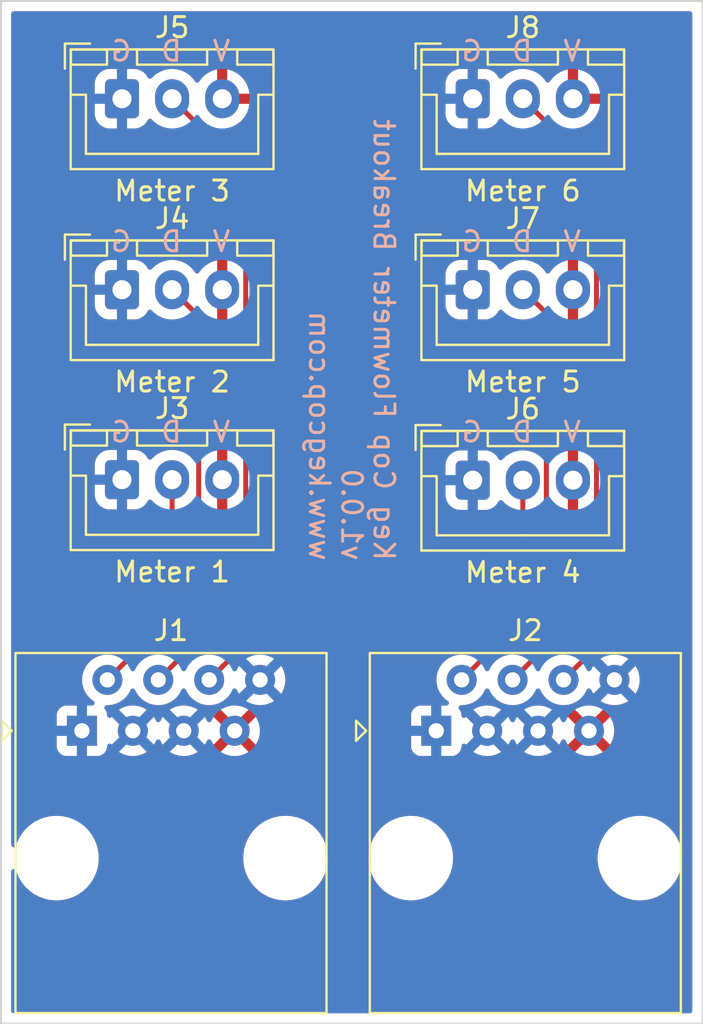
<source format=kicad_pcb>
(kicad_pcb (version 20211014) (generator pcbnew)
  (layers (0 "F.Cu" signal) (31 "B.Cu" signal) (34 "B.Paste" user) (35 "F.Paste" user) (36 "B.SilkS" user "B.Silkscreen") (37 "F.SilkS" user "F.Silkscreen") (38 "B.Mask" user) (39 "F.Mask" user) (44 "Edge.Cuts" user))
  (net 0 "")
  (net 1 "GND")
  (net 2 "/S1D")
  (net 3 "/S2D")
  (net 4 "/S3D")
  (net 5 "+5V")
  (net 6 "/S4D")
  (net 7 "/S5D")
  (net 8 "/S6D")
  (footprint "Connector_JST:JST_XH_B3B-XH-A_1x03_P2.50mm_Vertical" (layer "F.Cu") (at 126.0375 93.4)
    (fp_text reference "J4" (at 2.5 -3.55) (layer "F.SilkS"))
    (fp_text value "Meter 2" (at 2.5 4.6) (layer "F.SilkS"))
    (fp_line (start 6.8 2.75) (end 2.5 2.75) (layer "F.SilkS") (width 0.12))
    (fp_line (start 7.55 -2.45) (end 5.75 -2.45) (layer "F.SilkS") (width 0.12))
    (fp_line (start -2.56 3.51) (end 7.56 3.51) (layer "F.SilkS") (width 0.12))
    (fp_line (start 6.8 -0.2) (end 6.8 2.75) (layer "F.SilkS") (width 0.12))
    (fp_line (start 0.75 -2.45) (end 0.75 -1.7) (layer "F.SilkS") (width 0.12))
    (fp_line (start -1.8 -0.2) (end -1.8 2.75) (layer "F.SilkS") (width 0.12))
    (fp_line (start 5.75 -2.45) (end 5.75 -1.7) (layer "F.SilkS") (width 0.12))
    (fp_line (start -2.55 -2.45) (end -2.55 -1.7) (layer "F.SilkS") (width 0.12))
    (fp_line (start 0.75 -1.7) (end 4.25 -1.7) (layer "F.SilkS") (width 0.12))
    (fp_line (start -2.56 -2.46) (end -2.56 3.51) (layer "F.SilkS") (width 0.12))
    (fp_line (start -2.55 -0.2) (end -1.8 -0.2) (layer "F.SilkS") (width 0.12))
    (fp_line (start -0.75 -2.45) (end -2.55 -2.45) (layer "F.SilkS") (width 0.12))
    (fp_line (start 5.75 -1.7) (end 7.55 -1.7) (layer "F.SilkS") (width 0.12))
    (fp_line (start -0.75 -1.7) (end -0.75 -2.45) (layer "F.SilkS") (width 0.12))
    (fp_line (start 7.56 3.51) (end 7.56 -2.46) (layer "F.SilkS") (width 0.12))
    (fp_line (start -2.55 -1.7) (end -0.75 -1.7) (layer "F.SilkS") (width 0.12))
    (fp_line (start -1.6 -2.75) (end -2.85 -2.75) (layer "F.SilkS") (width 0.12))
    (fp_line (start -2.85 -2.75) (end -2.85 -1.5) (layer "F.SilkS") (width 0.12))
    (fp_line (start 4.25 -1.7) (end 4.25 -2.45) (layer "F.SilkS") (width 0.12))
    (fp_line (start -1.8 2.75) (end 2.5 2.75) (layer "F.SilkS") (width 0.12))
    (fp_line (start 7.55 -0.2) (end 6.8 -0.2) (layer "F.SilkS") (width 0.12))
    (fp_line (start 7.56 -2.46) (end -2.56 -2.46) (layer "F.SilkS") (width 0.12))
    (fp_line (start 7.55 -1.7) (end 7.55 -2.45) (layer "F.SilkS") (width 0.12))
    (fp_line (start 4.25 -2.45) (end 0.75 -2.45) (layer "F.SilkS") (width 0.12))
    (pad "1" thru_hole roundrect (at 0 0) (size 1.7 1.95) (drill 0.95) (layers *.Cu *.Mask) (roundrect_rratio 0.1470588235) (net 1 "GND"))
    (pad "2" thru_hole oval (at 2.5 0) (size 1.7 1.95) (drill 0.95) (layers *.Cu *.Mask) (net 3 "/S2D"))
    (pad "3" thru_hole oval (at 5 0) (size 1.7 1.95) (drill 0.95) (layers *.Cu *.Mask) (net 5 "+5V"))
  )
  (footprint "Connector_JST:JST_XH_B3B-XH-A_1x03_P2.50mm_Vertical" (layer "F.Cu") (at 126.0375 83.875)
    (fp_text reference "J5" (at 2.5 -3.55) (layer "F.SilkS"))
    (fp_text value "Meter 3" (at 2.5 4.6) (layer "F.SilkS"))
    (fp_line (start -2.55 -2.45) (end -2.55 -1.7) (layer "F.SilkS") (width 0.12))
    (fp_line (start 6.8 2.75) (end 2.5 2.75) (layer "F.SilkS") (width 0.12))
    (fp_line (start -1.6 -2.75) (end -2.85 -2.75) (layer "F.SilkS") (width 0.12))
    (fp_line (start 0.75 -2.45) (end 0.75 -1.7) (layer "F.SilkS") (width 0.12))
    (fp_line (start -2.85 -2.75) (end -2.85 -1.5) (layer "F.SilkS") (width 0.12))
    (fp_line (start -2.55 -1.7) (end -0.75 -1.7) (layer "F.SilkS") (width 0.12))
    (fp_line (start -2.56 -2.46) (end -2.56 3.51) (layer "F.SilkS") (width 0.12))
    (fp_line (start 4.25 -2.45) (end 0.75 -2.45) (layer "F.SilkS") (width 0.12))
    (fp_line (start 4.25 -1.7) (end 4.25 -2.45) (layer "F.SilkS") (width 0.12))
    (fp_line (start -0.75 -2.45) (end -2.55 -2.45) (layer "F.SilkS") (width 0.12))
    (fp_line (start 0.75 -1.7) (end 4.25 -1.7) (layer "F.SilkS") (width 0.12))
    (fp_line (start -0.75 -1.7) (end -0.75 -2.45) (layer "F.SilkS") (width 0.12))
    (fp_line (start 7.55 -0.2) (end 6.8 -0.2) (layer "F.SilkS") (width 0.12))
    (fp_line (start -1.8 -0.2) (end -1.8 2.75) (layer "F.SilkS") (width 0.12))
    (fp_line (start 7.55 -2.45) (end 5.75 -2.45) (layer "F.SilkS") (width 0.12))
    (fp_line (start 7.55 -1.7) (end 7.55 -2.45) (layer "F.SilkS") (width 0.12))
    (fp_line (start -1.8 2.75) (end 2.5 2.75) (layer "F.SilkS") (width 0.12))
    (fp_line (start 6.8 -0.2) (end 6.8 2.75) (layer "F.SilkS") (width 0.12))
    (fp_line (start 7.56 3.51) (end 7.56 -2.46) (layer "F.SilkS") (width 0.12))
    (fp_line (start 5.75 -1.7) (end 7.55 -1.7) (layer "F.SilkS") (width 0.12))
    (fp_line (start -2.56 3.51) (end 7.56 3.51) (layer "F.SilkS") (width 0.12))
    (fp_line (start 5.75 -2.45) (end 5.75 -1.7) (layer "F.SilkS") (width 0.12))
    (fp_line (start -2.55 -0.2) (end -1.8 -0.2) (layer "F.SilkS") (width 0.12))
    (fp_line (start 7.56 -2.46) (end -2.56 -2.46) (layer "F.SilkS") (width 0.12))
    (pad "1" thru_hole roundrect (at 0 0) (size 1.7 1.95) (drill 0.95) (layers *.Cu *.Mask) (roundrect_rratio 0.1470588235) (net 1 "GND"))
    (pad "2" thru_hole oval (at 2.5 0) (size 1.7 1.95) (drill 0.95) (layers *.Cu *.Mask) (net 4 "/S3D"))
    (pad "3" thru_hole oval (at 5 0) (size 1.7 1.95) (drill 0.95) (layers *.Cu *.Mask) (net 5 "+5V"))
  )
  (footprint "Connector_JST:JST_XH_B3B-XH-A_1x03_P2.50mm_Vertical" (layer "F.Cu") (at 143.5375 102.9)
    (fp_text reference "J6" (at 2.5 -3.55) (layer "F.SilkS"))
    (fp_text value "Meter 4" (at 2.5 4.6) (layer "F.SilkS"))
    (fp_line (start -2.56 -2.46) (end -2.56 3.51) (layer "F.SilkS") (width 0.12))
    (fp_line (start 0.75 -1.7) (end 4.25 -1.7) (layer "F.SilkS") (width 0.12))
    (fp_line (start 0.75 -2.45) (end 0.75 -1.7) (layer "F.SilkS") (width 0.12))
    (fp_line (start 4.25 -1.7) (end 4.25 -2.45) (layer "F.SilkS") (width 0.12))
    (fp_line (start -0.75 -2.45) (end -2.55 -2.45) (layer "F.SilkS") (width 0.12))
    (fp_line (start -1.6 -2.75) (end -2.85 -2.75) (layer "F.SilkS") (width 0.12))
    (fp_line (start -0.75 -1.7) (end -0.75 -2.45) (layer "F.SilkS") (width 0.12))
    (fp_line (start 7.56 3.51) (end 7.56 -2.46) (layer "F.SilkS") (width 0.12))
    (fp_line (start 4.25 -2.45) (end 0.75 -2.45) (layer "F.SilkS") (width 0.12))
    (fp_line (start -2.56 3.51) (end 7.56 3.51) (layer "F.SilkS") (width 0.12))
    (fp_line (start 5.75 -2.45) (end 5.75 -1.7) (layer "F.SilkS") (width 0.12))
    (fp_line (start 7.55 -0.2) (end 6.8 -0.2) (layer "F.SilkS") (width 0.12))
    (fp_line (start 7.55 -2.45) (end 5.75 -2.45) (layer "F.SilkS") (width 0.12))
    (fp_line (start -1.8 -0.2) (end -1.8 2.75) (layer "F.SilkS") (width 0.12))
    (fp_line (start 7.55 -1.7) (end 7.55 -2.45) (layer "F.SilkS") (width 0.12))
    (fp_line (start -2.55 -1.7) (end -0.75 -1.7) (layer "F.SilkS") (width 0.12))
    (fp_line (start -2.55 -2.45) (end -2.55 -1.7) (layer "F.SilkS") (width 0.12))
    (fp_line (start -1.8 2.75) (end 2.5 2.75) (layer "F.SilkS") (width 0.12))
    (fp_line (start 6.8 -0.2) (end 6.8 2.75) (layer "F.SilkS") (width 0.12))
    (fp_line (start 7.56 -2.46) (end -2.56 -2.46) (layer "F.SilkS") (width 0.12))
    (fp_line (start -2.85 -2.75) (end -2.85 -1.5) (layer "F.SilkS") (width 0.12))
    (fp_line (start -2.55 -0.2) (end -1.8 -0.2) (layer "F.SilkS") (width 0.12))
    (fp_line (start 6.8 2.75) (end 2.5 2.75) (layer "F.SilkS") (width 0.12))
    (fp_line (start 5.75 -1.7) (end 7.55 -1.7) (layer "F.SilkS") (width 0.12))
    (pad "1" thru_hole roundrect (at 0 0) (size 1.7 1.95) (drill 0.95) (layers *.Cu *.Mask) (roundrect_rratio 0.1470588235) (net 1 "GND"))
    (pad "2" thru_hole oval (at 2.5 0) (size 1.7 1.95) (drill 0.95) (layers *.Cu *.Mask) (net 6 "/S4D"))
    (pad "3" thru_hole oval (at 5 0) (size 1.7 1.95) (drill 0.95) (layers *.Cu *.Mask) (net 5 "+5V"))
  )
  (footprint "Connector_JST:JST_XH_B3B-XH-A_1x03_P2.50mm_Vertical" (layer "F.Cu") (at 143.5375 83.875)
    (fp_text reference "J8" (at 2.5 -3.55) (layer "F.SilkS"))
    (fp_text value "Meter 6" (at 2.5 4.6) (layer "F.SilkS"))
    (fp_line (start 4.25 -2.45) (end 0.75 -2.45) (layer "F.SilkS") (width 0.12))
    (fp_line (start 0.75 -2.45) (end 0.75 -1.7) (layer "F.SilkS") (width 0.12))
    (fp_line (start -1.6 -2.75) (end -2.85 -2.75) (layer "F.SilkS") (width 0.12))
    (fp_line (start 0.75 -1.7) (end 4.25 -1.7) (layer "F.SilkS") (width 0.12))
    (fp_line (start 7.56 -2.46) (end -2.56 -2.46) (layer "F.SilkS") (width 0.12))
    (fp_line (start -2.55 -0.2) (end -1.8 -0.2) (layer "F.SilkS") (width 0.12))
    (fp_line (start -1.8 -0.2) (end -1.8 2.75) (layer "F.SilkS") (width 0.12))
    (fp_line (start 4.25 -1.7) (end 4.25 -2.45) (layer "F.SilkS") (width 0.12))
    (fp_line (start -2.56 -2.46) (end -2.56 3.51) (layer "F.SilkS") (width 0.12))
    (fp_line (start 7.55 -2.45) (end 5.75 -2.45) (layer "F.SilkS") (width 0.12))
    (fp_line (start 5.75 -2.45) (end 5.75 -1.7) (layer "F.SilkS") (width 0.12))
    (fp_line (start 6.8 2.75) (end 2.5 2.75) (layer "F.SilkS") (width 0.12))
    (fp_line (start 7.55 -1.7) (end 7.55 -2.45) (layer "F.SilkS") (width 0.12))
    (fp_line (start -0.75 -1.7) (end -0.75 -2.45) (layer "F.SilkS") (width 0.12))
    (fp_line (start -2.85 -2.75) (end -2.85 -1.5) (layer "F.SilkS") (width 0.12))
    (fp_line (start 7.56 3.51) (end 7.56 -2.46) (layer "F.SilkS") (width 0.12))
    (fp_line (start 6.8 -0.2) (end 6.8 2.75) (layer "F.SilkS") (width 0.12))
    (fp_line (start -1.8 2.75) (end 2.5 2.75) (layer "F.SilkS") (width 0.12))
    (fp_line (start 7.55 -0.2) (end 6.8 -0.2) (layer "F.SilkS") (width 0.12))
    (fp_line (start -2.56 3.51) (end 7.56 3.51) (layer "F.SilkS") (width 0.12))
    (fp_line (start 5.75 -1.7) (end 7.55 -1.7) (layer "F.SilkS") (width 0.12))
    (fp_line (start -2.55 -2.45) (end -2.55 -1.7) (layer "F.SilkS") (width 0.12))
    (fp_line (start -2.55 -1.7) (end -0.75 -1.7) (layer "F.SilkS") (width 0.12))
    (fp_line (start -0.75 -2.45) (end -2.55 -2.45) (layer "F.SilkS") (width 0.12))
    (pad "1" thru_hole roundrect (at 0 0) (size 1.7 1.95) (drill 0.95) (layers *.Cu *.Mask) (roundrect_rratio 0.1470588235) (net 1 "GND"))
    (pad "2" thru_hole oval (at 2.5 0) (size 1.7 1.95) (drill 0.95) (layers *.Cu *.Mask) (net 8 "/S6D"))
    (pad "3" thru_hole oval (at 5 0) (size 1.7 1.95) (drill 0.95) (layers *.Cu *.Mask) (net 5 "+5V"))
  )
  (footprint "Connector_JST:JST_XH_B3B-XH-A_1x03_P2.50mm_Vertical" (layer "F.Cu") (at 143.5375 93.4)
    (fp_text reference "J7" (at 2.5 -3.55) (layer "F.SilkS"))
    (fp_text value "Meter 5" (at 2.5 4.6) (layer "F.SilkS"))
    (fp_line (start 5.75 -2.45) (end 5.75 -1.7) (layer "F.SilkS") (width 0.12))
    (fp_line (start -2.55 -1.7) (end -0.75 -1.7) (layer "F.SilkS") (width 0.12))
    (fp_line (start 7.55 -0.2) (end 6.8 -0.2) (layer "F.SilkS") (width 0.12))
    (fp_line (start 6.8 2.75) (end 2.5 2.75) (layer "F.SilkS") (width 0.12))
    (fp_line (start -1.8 2.75) (end 2.5 2.75) (layer "F.SilkS") (width 0.12))
    (fp_line (start 6.8 -0.2) (end 6.8 2.75) (layer "F.SilkS") (width 0.12))
    (fp_line (start -0.75 -1.7) (end -0.75 -2.45) (layer "F.SilkS") (width 0.12))
    (fp_line (start 7.55 -2.45) (end 5.75 -2.45) (layer "F.SilkS") (width 0.12))
    (fp_line (start -0.75 -2.45) (end -2.55 -2.45) (layer "F.SilkS") (width 0.12))
    (fp_line (start -2.55 -0.2) (end -1.8 -0.2) (layer "F.SilkS") (width 0.12))
    (fp_line (start 5.75 -1.7) (end 7.55 -1.7) (layer "F.SilkS") (width 0.12))
    (fp_line (start -1.6 -2.75) (end -2.85 -2.75) (layer "F.SilkS") (width 0.12))
    (fp_line (start -2.56 3.51) (end 7.56 3.51) (layer "F.SilkS") (width 0.12))
    (fp_line (start 7.56 -2.46) (end -2.56 -2.46) (layer "F.SilkS") (width 0.12))
    (fp_line (start 0.75 -2.45) (end 0.75 -1.7) (layer "F.SilkS") (width 0.12))
    (fp_line (start 7.55 -1.7) (end 7.55 -2.45) (layer "F.SilkS") (width 0.12))
    (fp_line (start -2.56 -2.46) (end -2.56 3.51) (layer "F.SilkS") (width 0.12))
    (fp_line (start -2.55 -2.45) (end -2.55 -1.7) (layer "F.SilkS") (width 0.12))
    (fp_line (start 4.25 -1.7) (end 4.25 -2.45) (layer "F.SilkS") (width 0.12))
    (fp_line (start 7.56 3.51) (end 7.56 -2.46) (layer "F.SilkS") (width 0.12))
    (fp_line (start 4.25 -2.45) (end 0.75 -2.45) (layer "F.SilkS") (width 0.12))
    (fp_line (start -2.85 -2.75) (end -2.85 -1.5) (layer "F.SilkS") (width 0.12))
    (fp_line (start 0.75 -1.7) (end 4.25 -1.7) (layer "F.SilkS") (width 0.12))
    (fp_line (start -1.8 -0.2) (end -1.8 2.75) (layer "F.SilkS") (width 0.12))
    (pad "1" thru_hole roundrect (at 0 0) (size 1.7 1.95) (drill 0.95) (layers *.Cu *.Mask) (roundrect_rratio 0.1470588235) (net 1 "GND"))
    (pad "2" thru_hole oval (at 2.5 0) (size 1.7 1.95) (drill 0.95) (layers *.Cu *.Mask) (net 7 "/S5D"))
    (pad "3" thru_hole oval (at 5 0) (size 1.7 1.95) (drill 0.95) (layers *.Cu *.Mask) (net 5 "+5V"))
  )
  (footprint "Connector_RJ:RJ45_Amphenol_54602-x08_Horizontal" (layer "F.Cu") (at 124.0375 115.4)
    (fp_text reference "J1" (at 4.445 -5) (layer "F.SilkS"))
    (fp_text value "RJ45")
    (fp_line (start -4 -0.5) (end -4 0.5) (layer "F.SilkS") (width 0.12))
    (fp_line (start 12.205 -3.88) (end 12.205 14.08) (layer "F.SilkS") (width 0.12))
    (fp_line (start -3.315 -3.88) (end -3.315 14.08) (layer "F.SilkS") (width 0.12))
    (fp_line (start 12.205 -3.88) (end -3.315 -3.88) (layer "F.SilkS") (width 0.12))
    (fp_line (start -3.5 0) (end -4 -0.5) (layer "F.SilkS") (width 0.12))
    (fp_line (start -4 0.5) (end -3.5 0) (layer "F.SilkS") (width 0.12))
    (fp_line (start -3.315 14.08) (end 12.205 14.08) (layer "F.SilkS") (width 0.12))
    (pad "" np_thru_hole circle (at 10.16 6.35) (size 3.2 3.2) (drill 3.2) (layers *.Cu *.Mask))
    (pad "" np_thru_hole circle (at -1.27 6.35) (size 3.2 3.2) (drill 3.2) (layers *.Cu *.Mask))
    (pad "1" thru_hole rect (at 0 0) (size 1.5 1.5) (drill 0.76) (layers *.Cu *.Mask) (net 1 "GND"))
    (pad "2" thru_hole circle (at 1.27 -2.54) (size 1.5 1.5) (drill 0.76) (layers *.Cu *.Mask) (net 2 "/S1D"))
    (pad "3" thru_hole circle (at 2.54 0) (size 1.5 1.5) (drill 0.76) (layers *.Cu *.Mask) (net 1 "GND"))
    (pad "4" thru_hole circle (at 3.81 -2.54) (size 1.5 1.5) (drill 0.76) (layers *.Cu *.Mask) (net 3 "/S2D"))
    (pad "5" thru_hole circle (at 5.08 0) (size 1.5 1.5) (drill 0.76) (layers *.Cu *.Mask) (net 1 "GND"))
    (pad "6" thru_hole circle (at 6.35 -2.54) (size 1.5 1.5) (drill 0.76) (layers *.Cu *.Mask) (net 4 "/S3D"))
    (pad "7" thru_hole circle (at 7.62 0) (size 1.5 1.5) (drill 0.76) (layers *.Cu *.Mask) (net 5 "+5V"))
    (pad "8" thru_hole circle (at 8.89 -2.54) (size 1.5 1.5) (drill 0.76) (layers *.Cu *.Mask) (net 1 "GND"))
  )
  (footprint "Connector_JST:JST_XH_B3B-XH-A_1x03_P2.50mm_Vertical" (layer "F.Cu") (at 126.0375 102.875)
    (fp_text reference "J3" (at 2.5 -3.55) (layer "F.SilkS"))
    (fp_text value "Meter 1" (at 2.5 4.6) (layer "F.SilkS"))
    (fp_line (start 5.75 -2.45) (end 5.75 -1.7) (layer "F.SilkS") (width 0.12))
    (fp_line (start -1.6 -2.75) (end -2.85 -2.75) (layer "F.SilkS") (width 0.12))
    (fp_line (start 4.25 -2.45) (end 0.75 -2.45) (layer "F.SilkS") (width 0.12))
    (fp_line (start -1.8 -0.2) (end -1.8 2.75) (layer "F.SilkS") (width 0.12))
    (fp_line (start -2.85 -2.75) (end -2.85 -1.5) (layer "F.SilkS") (width 0.12))
    (fp_line (start -0.75 -2.45) (end -2.55 -2.45) (layer "F.SilkS") (width 0.12))
    (fp_line (start 7.56 3.51) (end 7.56 -2.46) (layer "F.SilkS") (width 0.12))
    (fp_line (start -2.55 -1.7) (end -0.75 -1.7) (layer "F.SilkS") (width 0.12))
    (fp_line (start -0.75 -1.7) (end -0.75 -2.45) (layer "F.SilkS") (width 0.12))
    (fp_line (start 7.56 -2.46) (end -2.56 -2.46) (layer "F.SilkS") (width 0.12))
    (fp_line (start 6.8 -0.2) (end 6.8 2.75) (layer "F.SilkS") (width 0.12))
    (fp_line (start 7.55 -2.45) (end 5.75 -2.45) (layer "F.SilkS") (width 0.12))
    (fp_line (start 5.75 -1.7) (end 7.55 -1.7) (layer "F.SilkS") (width 0.12))
    (fp_line (start -1.8 2.75) (end 2.5 2.75) (layer "F.SilkS") (width 0.12))
    (fp_line (start 0.75 -2.45) (end 0.75 -1.7) (layer "F.SilkS") (width 0.12))
    (fp_line (start 7.55 -0.2) (end 6.8 -0.2) (layer "F.SilkS") (width 0.12))
    (fp_line (start -2.55 -2.45) (end -2.55 -1.7) (layer "F.SilkS") (width 0.12))
    (fp_line (start 4.25 -1.7) (end 4.25 -2.45) (layer "F.SilkS") (width 0.12))
    (fp_line (start 7.55 -1.7) (end 7.55 -2.45) (layer "F.SilkS") (width 0.12))
    (fp_line (start 6.8 2.75) (end 2.5 2.75) (layer "F.SilkS") (width 0.12))
    (fp_line (start 0.75 -1.7) (end 4.25 -1.7) (layer "F.SilkS") (width 0.12))
    (fp_line (start -2.55 -0.2) (end -1.8 -0.2) (layer "F.SilkS") (width 0.12))
    (fp_line (start -2.56 -2.46) (end -2.56 3.51) (layer "F.SilkS") (width 0.12))
    (fp_line (start -2.56 3.51) (end 7.56 3.51) (layer "F.SilkS") (width 0.12))
    (pad "1" thru_hole roundrect (at 0 0) (size 1.7 1.95) (drill 0.95) (layers *.Cu *.Mask) (roundrect_rratio 0.1470588235) (net 1 "GND"))
    (pad "2" thru_hole oval (at 2.5 0) (size 1.7 1.95) (drill 0.95) (layers *.Cu *.Mask) (net 2 "/S1D"))
    (pad "3" thru_hole oval (at 5 0) (size 1.7 1.95) (drill 0.95) (layers *.Cu *.Mask) (net 5 "+5V"))
  )
  (footprint "Connector_RJ:RJ45_Amphenol_54602-x08_Horizontal" (layer "F.Cu") (at 141.7175 115.4)
    (fp_text reference "J2" (at 4.445 -5) (layer "F.SilkS"))
    (fp_text value "RJ45")
    (fp_line (start 12.205 -3.88) (end 12.205 14.08) (layer "F.SilkS") (width 0.12))
    (fp_line (start -3.315 -3.88) (end -3.315 14.08) (layer "F.SilkS") (width 0.12))
    (fp_line (start -3.315 14.08) (end 12.205 14.08) (layer "F.SilkS") (width 0.12))
    (fp_line (start 12.205 -3.88) (end -3.315 -3.88) (layer "F.SilkS") (width 0.12))
    (fp_line (start -3.5 0) (end -4 -0.5) (layer "F.SilkS") (width 0.12))
    (fp_line (start -4 -0.5) (end -4 0.5) (layer "F.SilkS") (width 0.12))
    (fp_line (start -4 0.5) (end -3.5 0) (layer "F.SilkS") (width 0.12))
    (pad "" np_thru_hole circle (at 10.16 6.35) (size 3.2 3.2) (drill 3.2) (layers *.Cu *.Mask))
    (pad "" np_thru_hole circle (at -1.27 6.35) (size 3.2 3.2) (drill 3.2) (layers *.Cu *.Mask))
    (pad "1" thru_hole rect (at 0 0) (size 1.5 1.5) (drill 0.76) (layers *.Cu *.Mask) (net 1 "GND"))
    (pad "2" thru_hole circle (at 1.27 -2.54) (size 1.5 1.5) (drill 0.76) (layers *.Cu *.Mask) (net 6 "/S4D"))
    (pad "3" thru_hole circle (at 2.54 0) (size 1.5 1.5) (drill 0.76) (layers *.Cu *.Mask) (net 1 "GND"))
    (pad "4" thru_hole circle (at 3.81 -2.54) (size 1.5 1.5) (drill 0.76) (layers *.Cu *.Mask) (net 7 "/S5D"))
    (pad "5" thru_hole circle (at 5.08 0) (size 1.5 1.5) (drill 0.76) (layers *.Cu *.Mask) (net 1 "GND"))
    (pad "6" thru_hole circle (at 6.35 -2.54) (size 1.5 1.5) (drill 0.76) (layers *.Cu *.Mask) (net 8 "/S6D"))
    (pad "7" thru_hole circle (at 7.62 0) (size 1.5 1.5) (drill 0.76) (layers *.Cu *.Mask) (net 5 "+5V"))
    (pad "8" thru_hole circle (at 8.89 -2.54) (size 1.5 1.5) (drill 0.76) (layers *.Cu *.Mask) (net 1 "GND"))
  )
  (gr_line (start 120 130) (end 155 130) (layer "Edge.Cuts") (width 0.1))
  (gr_line (start 155 79) (end 120 79) (layer "Edge.Cuts") (width 0.1))
  (gr_line (start 120 79) (end 120 130) (layer "Edge.Cuts") (width 0.1))
  (gr_line (start 155 130) (end 155 79) (layer "Edge.Cuts") (width 0.1))
  (gr_text "V" (at 131 100.5) (layer "B.SilkS") (effects (font (size 1 1)) (justify mirror)))
  (gr_text "V" (at 131 81.5) (layer "B.SilkS") (effects (font (size 1 1)) (justify mirror)))
  (gr_text "D" (at 128.5 100.5) (layer "B.SilkS") (effects (font (size 1 1)) (justify mirror)))
  (gr_text "V" (at 148.5 100.5) (layer "B.SilkS") (effects (font (size 1 1)) (justify mirror)))
  (gr_text "D" (at 146 100.5) (layer "B.SilkS") (effects (font (size 1 1)) (justify mirror)))
  (gr_text "D" (at 146 81.5) (layer "B.SilkS") (effects (font (size 1 1)) (justify mirror)))
  (gr_text "D" (at 128.5 81.5) (layer "B.SilkS") (effects (font (size 1 1)) (justify mirror)))
  (gr_text "G" (at 143.5 91) (layer "B.SilkS") (effects (font (size 1 1)) (justify mirror)))
  (gr_text "G" (at 143.5 100.5) (layer "B.SilkS") (effects (font (size 1 1)) (justify mirror)))
  (gr_text "V" (at 148.5 91) (layer "B.SilkS") (effects (font (size 1 1)) (justify mirror)))
  (gr_text "G" (at 126 81.5) (layer "B.SilkS") (effects (font (size 1 1)) (justify mirror)))
  (gr_text "G" (at 126 91) (layer "B.SilkS") (effects (font (size 1 1)) (justify mirror)))
  (gr_text "D" (at 146 91) (layer "B.SilkS") (effects (font (size 1 1)) (justify mirror)))
  (gr_text "Keg Cop Flowmeter Breakout\nv1.0.0\nwww.kegcop.com" (at 137.5 107 270) (layer "B.SilkS") (effects (font (size 1 1)) (justify left mirror)))
  (gr_text "G" (at 143.5 81.5) (layer "B.SilkS") (effects (font (size 1 1)) (justify mirror)))
  (gr_text "V" (at 148.5 81.5) (layer "B.SilkS") (effects (font (size 1 1)) (justify mirror)))
  (gr_text "V" (at 131 91) (layer "B.SilkS") (effects (font (size 1 1)) (justify mirror)))
  (gr_text "D" (at 128.5 91) (layer "B.SilkS") (effects (font (size 1 1)) (justify mirror)))
  (gr_text "G" (at 126 100.5) (layer "B.SilkS") (effects (font (size 1 1)) (justify mirror)))
  (segment (start 128.5375 102.875) (end 128.5375 109.63) (width 0.25) (layer "F.Cu") (net 2))
  (segment (start 128.5375 109.63) (end 125.3075 112.86) (width 0.25) (layer "F.Cu") (net 2))
  (segment (start 129.86298 94.72548) (end 129.86298 110.84452) (width 0.25) (layer "F.Cu") (net 3))
  (segment (start 129.86298 110.84452) (end 127.8475 112.86) (width 0.25) (layer "F.Cu") (net 3))
  (segment (start 128.5375 93.4) (end 129.86298 94.72548) (width 0.25) (layer "F.Cu") (net 3))
  (segment (start 128.5375 83.875) (end 132.21202 87.54952) (width 0.25) (layer "F.Cu") (net 4))
  (segment (start 132.21202 87.54952) (end 132.21202 111.03548) (width 0.25) (layer "F.Cu") (net 4))
  (segment (start 132.21202 111.03548) (end 130.3875 112.86) (width 0.25) (layer "F.Cu") (net 4))
  (segment (start 146.0375 102.9) (end 146.0375 109.81) (width 0.25) (layer "F.Cu") (net 6))
  (segment (start 146.0375 109.81) (end 142.9875 112.86) (width 0.25) (layer "F.Cu") (net 6))
  (segment (start 147.21202 94.57452) (end 147.21202 111.17548) (width 0.25) (layer "F.Cu") (net 7))
  (segment (start 147.21202 111.17548) (end 145.5275 112.86) (width 0.25) (layer "F.Cu") (net 7))
  (segment (start 146.0375 93.4) (end 147.21202 94.57452) (width 0.25) (layer "F.Cu") (net 7))
  (segment (start 149.71202 87.54952) (end 149.71202 111.21548) (width 0.25) (layer "F.Cu") (net 8))
  (segment (start 149.71202 111.21548) (end 148.0675 112.86) (width 0.25) (layer "F.Cu") (net 8))
  (segment (start 146.0375 83.875) (end 149.71202 87.54952) (width 0.25) (layer "F.Cu") (net 8))
  (zone (net 5) (net_name "+5V") (layer "F.Cu") (connect_pads (clearance 0.508)) (min_thickness 0.254) (fill yes (thermal_gap 0.508) (thermal_bridge_width 0.508))
    (polygon (pts (xy 154.5 129.5) (xy 120.5 129.5) (xy 120.5 79.5) (xy 154.5 79.5)))
  )
  (zone (net 1) (net_name "GND") (layer "B.Cu") (connect_pads (clearance 0.508)) (min_thickness 0.254) (fill yes (thermal_gap 0.508) (thermal_bridge_width 0.508))
    (polygon (pts (xy 154.5 129.5) (xy 120.5 129.5) (xy 120.5 79.5) (xy 154.5 79.5)))
  )
)
</source>
